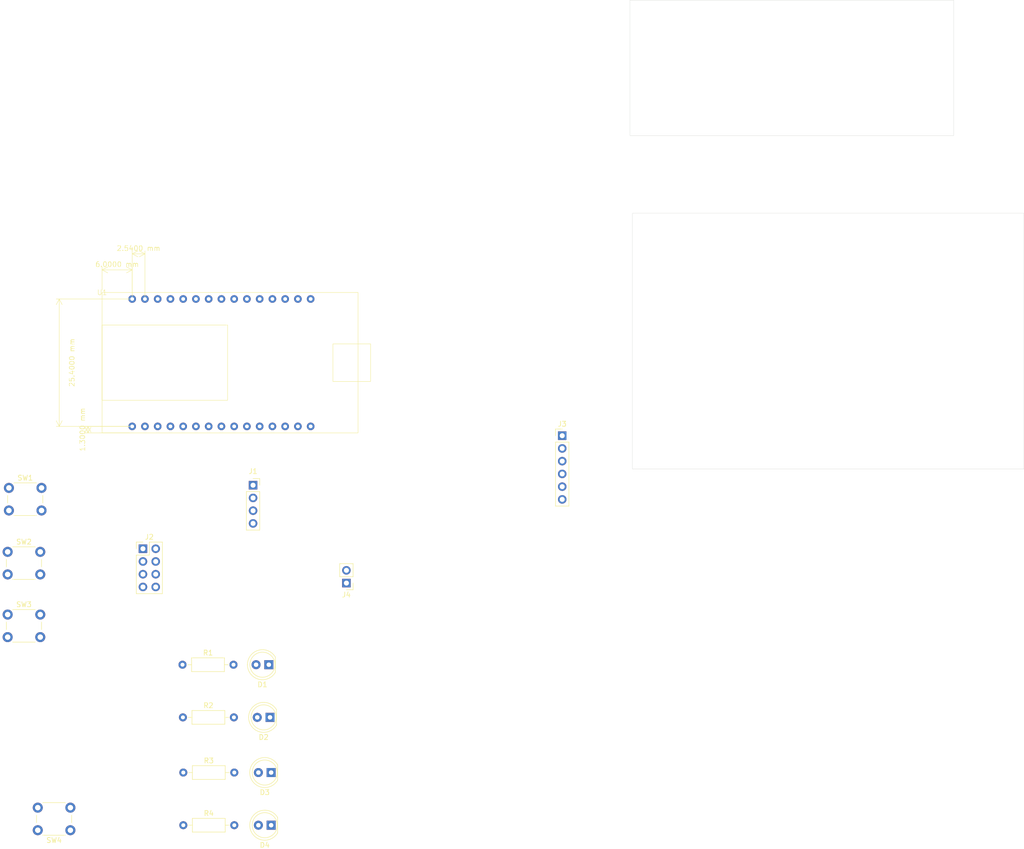
<source format=kicad_pcb>
(kicad_pcb (version 20240108) (generator "pcbnew") (generator_version "8.0")
  (layers (0 "F.Cu" signal) (31 "B.Cu" signal) (34 "B.Paste" user) (35 "F.Paste" user) (36 "B.SilkS" user "B.Silkscreen") (37 "F.SilkS" user "F.Silkscreen") (38 "B.Mask" user) (39 "F.Mask" user) (44 "Edge.Cuts" user))
  (net 0 "")
  (net 1 "Earth")
  (net 3 "Net-(D1-A)")
  (net 5 "Net-(D2-A)")
  (net 6 "Net-(D3-A)")
  (net 8 "Net-(D4-A)")
  (net 9 "+5V")
  (net 11 "/SDA")
  (net 12 "/SCL")
  (net 13 "/RELAY1")
  (net 15 "/RELAY2")
  (net 16 "/RELAY3")
  (net 17 "/RESET_SW")
  (net 20 "/MAIN_LED")
  (net 28 "/RELAY1_LED")
  (net 29 "/RELAY2_LED")
  (net 30 "/RELAY3_LED")
  (net 31 "/RELAY1_BTN")
  (net 32 "/RELAY2_BTN")
  (net 33 "/RELAY3_BTN")
  (footprint "Resistor_THT:R_Axial_DIN0207_L6.3mm_D2.5mm_P10.16mm_Horizontal" (layer "F.Cu") (at 112.84 153.5)
    (property "Reference" "R1" (at 5.08 -2.37 0) (layer "F.SilkS"))
    (property "Value" "R")
    (fp_line (start 1.04 0) (end 1.81 0) (stroke (width 0.12)) (layer "F.SilkS"))
    (fp_line (start 1.81 -1.37) (end 1.81 1.37) (stroke (width 0.12)) (layer "F.SilkS"))
    (fp_line (start 1.81 1.37) (end 8.35 1.37) (stroke (width 0.12)) (layer "F.SilkS"))
    (fp_line (start 8.35 -1.37) (end 1.81 -1.37) (stroke (width 0.12)) (layer "F.SilkS"))
    (fp_line (start 8.35 1.37) (end 8.35 -1.37) (stroke (width 0.12)) (layer "F.SilkS"))
    (fp_line (start 9.12 0) (end 8.35 0) (stroke (width 0.12)) (layer "F.SilkS"))
    (pad "1" thru_hole circle (at 0 0) (size 1.6 1.6) (drill 0.8) (layers "*.Cu" "*.Mask") (net 20 "/MAIN_LED"))
    (pad "2" thru_hole oval (at 10.16 0) (size 1.6 1.6) (drill 0.8) (layers "*.Cu" "*.Mask") (net 3 "Net-(D1-A)"))
  )
  (footprint "Button_Switch_THT:SW_PUSH_6mm_H5mm" (layer "F.Cu") (at 78.25 118.25)
    (property "Reference" "SW1" (at 3.25 -2 0) (layer "F.SilkS"))
    (property "Value" "SW_Push")
    (fp_line (start -0.25 1.5) (end -0.25 3) (stroke (width 0.12)) (layer "F.SilkS"))
    (fp_line (start 1 5.5) (end 5.5 5.5) (stroke (width 0.12)) (layer "F.SilkS"))
    (fp_line (start 5.5 -1) (end 1 -1) (stroke (width 0.12)) (layer "F.SilkS"))
    (fp_line (start 6.75 3) (end 6.75 1.5) (stroke (width 0.12)) (layer "F.SilkS"))
    (pad "1" thru_hole circle (at 0 0 90) (size 2 2) (drill 1.1) (layers "*.Cu" "*.Mask") (net 17 "/RESET_SW"))
    (pad "1" thru_hole circle (at 6.5 0 90) (size 2 2) (drill 1.1) (layers "*.Cu" "*.Mask") (net 17 "/RESET_SW"))
    (pad "2" thru_hole circle (at 0 4.5 90) (size 2 2) (drill 1.1) (layers "*.Cu" "*.Mask") (net 1 "Earth"))
    (pad "2" thru_hole circle (at 6.5 4.5 90) (size 2 2) (drill 1.1) (layers "*.Cu" "*.Mask") (net 1 "Earth"))
  )
  (footprint "Resistor_THT:R_Axial_DIN0207_L6.3mm_D2.5mm_P10.16mm_Horizontal" (layer "F.Cu") (at 112.92 164)
    (property "Reference" "R2" (at 5.08 -2.37 0) (layer "F.SilkS"))
    (property "Value" "R")
    (fp_line (start 1.04 0) (end 1.81 0) (stroke (width 0.12)) (layer "F.SilkS"))
    (fp_line (start 1.81 -1.37) (end 1.81 1.37) (stroke (width 0.12)) (layer "F.SilkS"))
    (fp_line (start 1.81 1.37) (end 8.35 1.37) (stroke (width 0.12)) (layer "F.SilkS"))
    (fp_line (start 8.35 -1.37) (end 1.81 -1.37) (stroke (width 0.12)) (layer "F.SilkS"))
    (fp_line (start 8.35 1.37) (end 8.35 -1.37) (stroke (width 0.12)) (layer "F.SilkS"))
    (fp_line (start 9.12 0) (end 8.35 0) (stroke (width 0.12)) (layer "F.SilkS"))
    (pad "1" thru_hole circle (at 0 0) (size 1.6 1.6) (drill 0.8) (layers "*.Cu" "*.Mask") (net 28 "/RELAY1_LED"))
    (pad "2" thru_hole oval (at 10.16 0) (size 1.6 1.6) (drill 0.8) (layers "*.Cu" "*.Mask") (net 5 "Net-(D2-A)"))
  )
  (footprint "Connector_PinHeader_2.54mm:PinHeader_1x02_P2.54mm_Vertical" (layer "F.Cu") (at 145.5 137.225 180)
    (property "Reference" "J4" (at 0 -2.33 0) (layer "F.SilkS"))
    (property "Value" "reset_header")
    (fp_line (start 1.33 1.27) (end 1.33 3.87) (stroke (width 0.12)) (layer "F.SilkS"))
    (fp_line (start -1.33 3.87) (end 1.33 3.87) (stroke (width 0.12)) (layer "F.SilkS"))
    (fp_line (start -1.33 1.27) (end 1.33 1.27) (stroke (width 0.12)) (layer "F.SilkS"))
    (fp_line (start -1.33 1.27) (end -1.33 3.87) (stroke (width 0.12)) (layer "F.SilkS"))
    (fp_line (start -1.33 0) (end -1.33 -1.33) (stroke (width 0.12)) (layer "F.SilkS"))
    (fp_line (start -1.33 -1.33) (end 0 -1.33) (stroke (width 0.12)) (layer "F.SilkS"))
    (pad "1" thru_hole rect (at 0 0 180) (size 1.7 1.7) (drill 1) (layers "*.Cu" "*.Mask") (net 1 "Earth"))
    (pad "2" thru_hole oval (at 0 2.54 180) (size 1.7 1.7) (drill 1) (layers "*.Cu" "*.Mask") (net 17 "/RESET_SW"))
  )
  (footprint "Connector_PinHeader_2.54mm:PinHeader_2x04_P2.54mm_Vertical" (layer "F.Cu") (at 104.96 130.38)
    (property "Reference" "J2" (at 1.27 -2.33 0) (layer "F.SilkS"))
    (property "Value" "LEDs_buttons_header")
    (fp_line (start -1.33 -1.33) (end 0 -1.33) (stroke (width 0.12)) (layer "F.SilkS"))
    (fp_line (start -1.33 0) (end -1.33 -1.33) (stroke (width 0.12)) (layer "F.SilkS"))
    (fp_line (start -1.33 1.27) (end -1.33 8.95) (stroke (width 0.12)) (layer "F.SilkS"))
    (fp_line (start -1.33 1.27) (end 1.27 1.27) (stroke (width 0.12)) (layer "F.SilkS"))
    (fp_line (start -1.33 8.95) (end 3.87 8.95) (stroke (width 0.12)) (layer "F.SilkS"))
    (fp_line (start 1.27 -1.33) (end 3.87 -1.33) (stroke (width 0.12)) (layer "F.SilkS"))
    (fp_line (start 1.27 1.27) (end 1.27 -1.33) (stroke (width 0.12)) (layer "F.SilkS"))
    (fp_line (start 3.87 -1.33) (end 3.87 8.95) (stroke (width 0.12)) (layer "F.SilkS"))
    (pad "1a" thru_hole rect (at 0 0) (size 1.7 1.7) (drill 1) (layers "*.Cu" "*.Mask") (net 20 "/MAIN_LED"))
    (pad "1b" thru_hole oval (at 2.54 0) (size 1.7 1.7) (drill 1) (layers "*.Cu" "*.Mask") (net 1 "Earth"))
    (pad "2a" thru_hole oval (at 0 2.54) (size 1.7 1.7) (drill 1) (layers "*.Cu" "*.Mask") (net 28 "/RELAY1_LED"))
    (pad "2b" thru_hole oval (at 2.54 2.54) (size 1.7 1.7) (drill 1) (layers "*.Cu" "*.Mask") (net 31 "/RELAY1_BTN"))
    (pad "3a" thru_hole oval (at 0 5.08) (size 1.7 1.7) (drill 1) (layers "*.Cu" "*.Mask") (net 29 "/RELAY2_LED"))
    (pad "3b" thru_hole oval (at 2.54 5.08) (size 1.7 1.7) (drill 1) (layers "*.Cu" "*.Mask") (net 32 "/RELAY2_BTN"))
    (pad "4a" thru_hole oval (at 0 7.62) (size 1.7 1.7) (drill 1) (layers "*.Cu" "*.Mask") (net 30 "/RELAY3_LED"))
    (pad "4b" thru_hole oval (at 2.54 7.62) (size 1.7 1.7) (drill 1) (layers "*.Cu" "*.Mask") (net 33 "/RELAY3_BTN"))
  )
  (footprint "Button_Switch_THT:SW_PUSH_6mm_H5mm" (layer "F.Cu") (at 78 143.5)
    (property "Reference" "SW3" (at 3.25 -2 0) (layer "F.SilkS"))
    (property "Value" "SW_Push")
    (fp_line (start -0.25 1.5) (end -0.25 3) (stroke (width 0.12)) (layer "F.SilkS"))
    (fp_line (start 1 5.5) (end 5.5 5.5) (stroke (width 0.12)) (layer "F.SilkS"))
    (fp_line (start 5.5 -1) (end 1 -1) (stroke (width 0.12)) (layer "F.SilkS"))
    (fp_line (start 6.75 3) (end 6.75 1.5) (stroke (width 0.12)) (layer "F.SilkS"))
    (pad "1" thru_hole circle (at 0 0 90) (size 2 2) (drill 1.1) (layers "*.Cu" "*.Mask") (net 32 "/RELAY2_BTN"))
    (pad "1" thru_hole circle (at 6.5 0 90) (size 2 2) (drill 1.1) (layers "*.Cu" "*.Mask") (net 32 "/RELAY2_BTN"))
    (pad "2" thru_hole circle (at 0 4.5 90) (size 2 2) (drill 1.1) (layers "*.Cu" "*.Mask") (net 1 "Earth"))
    (pad "2" thru_hole circle (at 6.5 4.5 90) (size 2 2) (drill 1.1) (layers "*.Cu" "*.Mask") (net 1 "Earth"))
  )
  (footprint "LED_THT:LED_D5.0mm" (layer "F.Cu") (at 130.5 185.5 180)
    (property "Reference" "D4" (at 1.27 -3.96 0) (layer "F.SilkS"))
    (property "Value" "LED")
    (fp_line (start -1.29 -1.545) (end -1.29 1.545) (stroke (width 0.12)) (layer "F.SilkS"))
    (fp_arc (start 4.26 -0.000462) (mid 2.072002 2.880433) (end -1.29 1.54483) (stroke (width 0.12)) (layer "F.SilkS"))
    (fp_arc (start -1.29 -1.54483) (mid 2.072002 -2.880433) (end 4.26 0.000462) (stroke (width 0.12)) (layer "F.SilkS"))
    (fp_circle (center 1.27 0) (end 3.77 0) (stroke (width 0.12)) (fill none) (layer "F.SilkS"))
    (pad "1" thru_hole rect (at 0 0 180) (size 1.8 1.8) (drill 0.9) (layers "*.Cu" "*.Mask") (net 1 "Earth"))
    (pad "2" thru_hole circle (at 2.54 0 180) (size 1.8 1.8) (drill 0.9) (layers "*.Cu" "*.Mask") (net 8 "Net-(D4-A)"))
  )
  (footprint "Resistor_THT:R_Axial_DIN0207_L6.3mm_D2.5mm_P10.16mm_Horizontal" (layer "F.Cu") (at 113 175)
    (property "Reference" "R3" (at 5.08 -2.37 0) (layer "F.SilkS"))
    (property "Value" "R")
    (fp_line (start 1.04 0) (end 1.81 0) (stroke (width 0.12)) (layer "F.SilkS"))
    (fp_line (start 1.81 -1.37) (end 1.81 1.37) (stroke (width 0.12)) (layer "F.SilkS"))
    (fp_line (start 1.81 1.37) (end 8.35 1.37) (stroke (width 0.12)) (layer "F.SilkS"))
    (fp_line (start 8.35 -1.37) (end 1.81 -1.37) (stroke (width 0.12)) (layer "F.SilkS"))
    (fp_line (start 8.35 1.37) (end 8.35 -1.37) (stroke (width 0.12)) (layer "F.SilkS"))
    (fp_line (start 9.12 0) (end 8.35 0) (stroke (width 0.12)) (layer "F.SilkS"))
    (pad "1" thru_hole circle (at 0 0) (size 1.6 1.6) (drill 0.8) (layers "*.Cu" "*.Mask") (net 29 "/RELAY2_LED"))
    (pad "2" thru_hole oval (at 10.16 0) (size 1.6 1.6) (drill 0.8) (layers "*.Cu" "*.Mask") (net 6 "Net-(D3-A)"))
  )
  (footprint "Connector_PinSocket_2.54mm:PinSocket_1x04_P2.54mm_Vertical" (layer "F.Cu") (at 126.9 117.71)
    (property "Reference" "J1" (at 0 -2.77 0) (layer "F.SilkS"))
    (property "Value" "RTC_headers")
    (fp_line (start -1.33 1.27) (end -1.33 8.95) (stroke (width 0.12)) (layer "F.SilkS"))
    (fp_line (start -1.33 1.27) (end 1.33 1.27) (stroke (width 0.12)) (layer "F.SilkS"))
    (fp_line (start -1.33 8.95) (end 1.33 8.95) (stroke (width 0.12)) (layer "F.SilkS"))
    (fp_line (start 0 -1.33) (end 1.33 -1.33) (stroke (width 0.12)) (layer "F.SilkS"))
    (fp_line (start 1.33 -1.33) (end 1.33 0) (stroke (width 0.12)) (layer "F.SilkS"))
    (fp_line (start 1.33 1.27) (end 1.33 8.95) (stroke (width 0.12)) (layer "F.SilkS"))
    (pad "1" thru_hole rect (at 0 0) (size 1.7 1.7) (drill 1) (layers "*.Cu" "*.Mask") (net 12 "/SCL"))
    (pad "2" thru_hole oval (at 0 2.54) (size 1.7 1.7) (drill 1) (layers "*.Cu" "*.Mask") (net 11 "/SDA"))
    (pad "3" thru_hole oval (at 0 5.08) (size 1.7 1.7) (drill 1) (layers "*.Cu" "*.Mask") (net 9 "+5V"))
    (pad "4" thru_hole oval (at 0 7.62) (size 1.7 1.7) (drill 1) (layers "*.Cu" "*.Mask") (net 1 "Earth"))
  )
  (footprint "Connector_PinHeader_2.54mm:PinHeader_1x06_P2.54mm_Vertical" (layer "F.Cu") (at 188.5 107.84)
    (property "Reference" "J3" (at 0 -2.33 0) (layer "F.SilkS"))
    (property "Value" "Relay_headers")
    (fp_line (start -1.33 -1.33) (end 0 -1.33) (stroke (width 0.12)) (layer "F.SilkS"))
    (fp_line (start -1.33 0) (end -1.33 -1.33) (stroke (width 0.12)) (layer "F.SilkS"))
    (fp_line (start -1.33 1.27) (end -1.33 14.03) (stroke (width 0.12)) (layer "F.SilkS"))
    (fp_line (start -1.33 1.27) (end 1.33 1.27) (stroke (width 0.12)) (layer "F.SilkS"))
    (fp_line (start -1.33 14.03) (end 1.33 14.03) (stroke (width 0.12)) (layer "F.SilkS"))
    (fp_line (start 1.33 1.27) (end 1.33 14.03) (stroke (width 0.12)) (layer "F.SilkS"))
    (pad "1" thru_hole rect (at 0 0) (size 1.7 1.7) (drill 1) (layers "*.Cu" "*.Mask") (net 13 "/RELAY1"))
    (pad "2" thru_hole oval (at 0 2.54) (size 1.7 1.7) (drill 1) (layers "*.Cu" "*.Mask") (net 15 "/RELAY2"))
    (pad "3" thru_hole oval (at 0 5.08) (size 1.7 1.7) (drill 1) (layers "*.Cu" "*.Mask") (net 16 "/RELAY3"))
    (pad "4" thru_hole oval (at 0 7.62) (size 1.7 1.7) (drill 1) (layers "*.Cu" "*.Mask") (net 1 "Earth"))
    (pad "5" thru_hole oval (at 0 10.16) (size 1.7 1.7) (drill 1) (layers "*.Cu" "*.Mask") (net 9 "+5V"))
    (pad "6" thru_hole oval (at 0 12.7) (size 1.7 1.7) (drill 1) (layers "*.Cu" "*.Mask") (net 1 "Earth"))
  )
  (footprint "microcontroller_headers:esp32_doit_devkitv1" (layer "F.Cu") (at 96.815 79.285)
    (property "Reference" "U1" (at 0 0 0) (layer "F.SilkS") (effects (font (thickness 0.1))))
    (property "Value" "ESP32-WROOM-32")
    (fp_rect (start 0 0) (end 51 28) (stroke (width 0.1)) (fill none) (layer "F.SilkS"))
    (fp_rect (start 0 6.5) (end 25 21.5) (stroke (width 0.1)) (fill none) (layer "F.SilkS"))
    (fp_rect (start 46 10.25) (end 53.5 17.75) (stroke (width 0.1)) (fill none) (layer "F.SilkS"))
    (dimension (type aligned) (layer "F.SilkS") (pts (xy 102.815 79.285) (xy 96.815 79.285)) (height 4.5) (gr_text "6.0000 mm" (at 99.815 73.685 0) (layer "F.SilkS") (effects (font (size 1 1) (thickness 0.1)))) (format (prefix "") (suffix "") (units 3) (units_format 1) (precision 4)) (style (thickness 0.1) (arrow_length 1.27) (text_position_mode 0) (extension_height 0.58642) (extension_offset 0.5) keep_text_aligned))
    (dimension (type aligned) (layer "F.SilkS") (pts (xy 102.815 80.585) (xy 105.355 80.585)) (height -9) (gr_text "2.5400 mm" (at 104.085 70.485 0) (layer "F.SilkS") (effects (font (size 1 1) (thickness 0.1)))) (format (prefix "") (suffix "") (units 3) (units_format 1) (precision 4)) (style (thickness 0.1) (arrow_length 1.27) (text_position_mode 0) (extension_height 0.58642) (extension_offset 0.5) keep_text_aligned))
    (dimension (type aligned) (layer "F.SilkS") (pts (xy 102.815 105.985) (xy 102.815 107.285)) (height 8.8) (gr_text "1.3000 mm" (at 92.915 106.635 90) (layer "F.SilkS") (effects (font (size 1 1) (thickness 0.1)))) (format (prefix "") (suffix "") (units 3) (units_format 1) (precision 4)) (style (thickness 0.1) (arrow_length 1.27) (text_position_mode 0) (extension_height 0.58642) (extension_offset 0.5) keep_text_aligned))
    (dimension (type aligned) (layer "F.SilkS") (pts (xy 102.815 80.585) (xy 102.815 105.985)) (height 14.54) (gr_text "25.4000 mm" (at 90.815 93.285 90) (layer "F.SilkS") (effects (font (size 1 1) (thickness 0.1)))) (format (prefix "") (suffix "") (units 3) (units_format 1) (precision 4)) (style (thickness 0.1) (arrow_length 1.27) (text_position_mode 2) (extension_height 0.58642) (extension_offset 0.5) keep_text_aligned))
    (pad "1" thru_hole circle (at 39.02 1.3) (size 1.524 1.524) (drill 0.762) (layers "*.Cu" "*.Mask") (net 1 "Earth"))
    (pad "1" thru_hole circle (at 39.02 26.7) (size 1.524 1.524) (drill 0.762) (layers "*.Cu" "*.Mask") (net 1 "Earth"))
    (pad "2" thru_hole circle (at 41.56 1.3) (size 1.524 1.524) (drill 0.762) (layers "*.Cu" "*.Mask"))
    (pad "3" thru_hole circle (at 6 26.7) (size 1.524 1.524) (drill 0.762) (layers "*.Cu" "*.Mask"))
    (pad "4" thru_hole circle (at 8.54 26.7) (size 1.524 1.524) (drill 0.762) (layers "*.Cu" "*.Mask"))
    (pad "5" thru_hole circle (at 11.08 26.7) (size 1.524 1.524) (drill 0.762) (layers "*.Cu" "*.Mask"))
    (pad "6" thru_hole circle (at 13.62 26.7) (size 1.524 1.524) (drill 0.762) (layers "*.Cu" "*.Mask"))
    (pad "7" thru_hole circle (at 16.16 26.7) (size 1.524 1.524) (drill 0.762) (layers "*.Cu" "*.Mask"))
    (pad "8" thru_hole circle (at 18.7 26.7) (size 1.524 1.524) (drill 0.762) (layers "*.Cu" "*.Mask"))
    (pad "9" thru_hole circle (at 21.24 26.7) (size 1.524 1.524) (drill 0.762) (layers "*.Cu" "*.Mask"))
    (pad "10" thru_hole circle (at 23.78 26.7) (size 1.524 1.524) (drill 0.762) (layers "*.Cu" "*.Mask"))
    (pad "11" thru_hole circle (at 26.32 26.7) (size 1.524 1.524) (drill 0.762) (layers "*.Cu" "*.Mask"))
    (pad "12" thru_hole circle (at 28.86 26.7) (size 1.524 1.524) (drill 0.762) (layers "*.Cu" "*.Mask") (net 17 "/RESET_SW"))
    (pad "13" thru_hole circle (at 31.4 26.7) (size 1.524 1.524) (drill 0.762) (layers "*.Cu" "*.Mask") (net 16 "/RELAY3"))
    (pad "14" thru_hole circle (at 33.94 26.7) (size 1.524 1.524) (drill 0.762) (layers "*.Cu" "*.Mask") (net 15 "/RELAY2"))
    (pad "16" thru_hole circle (at 36.48 26.7) (size 1.524 1.524) (drill 0.762) (layers "*.Cu" "*.Mask") (net 13 "/RELAY1"))
    (pad "23" thru_hole circle (at 36.48 1.3) (size 1.524 1.524) (drill 0.762) (layers "*.Cu" "*.Mask") (net 33 "/RELAY3_BTN"))
    (pad "24" thru_hole circle (at 33.94 1.3) (size 1.524 1.524) (drill 0.762) (layers "*.Cu" "*.Mask") (net 20 "/MAIN_LED"))
    (pad "26" thru_hole circle (at 31.4 1.3) (size 1.524 1.524) (drill 0.762) (layers "*.Cu" "*.Mask") (net 31 "/RELAY1_BTN"))
    (pad "27" thru_hole circle (at 28.86 1.3) (size 1.524 1.524) (drill 0.762) (layers "*.Cu" "*.Mask"))
    (pad "28" thru_hole circle (at 26.32 1.3) (size 1.524 1.524) (drill 0.762) (layers "*.Cu" "*.Mask"))
    (pad "29" thru_hole circle (at 23.78 1.3) (size 1.524 1.524) (drill 0.762) (layers "*.Cu" "*.Mask") (net 30 "/RELAY3_LED"))
    (pad "30" thru_hole circle (at 21.24 1.3) (size 1.524 1.524) (drill 0.762) (layers "*.Cu" "*.Mask") (net 28 "/RELAY1_LED"))
    (pad "31" thru_hole circle (at 18.7 1.3) (size 1.524 1.524) (drill 0.762) (layers "*.Cu" "*.Mask") (net 29 "/RELAY2_LED"))
    (pad "33" thru_hole circle (at 16.16 1.3) (size 1.524 1.524) (drill 0.762) (layers "*.Cu" "*.Mask") (net 11 "/SDA"))
    (pad "34" thru_hole circle (at 13.62 1.3) (size 1.524 1.524) (drill 0.762) (layers "*.Cu" "*.Mask"))
    (pad "35" thru_hole circle (at 11.08 1.3) (size 1.524 1.524) (drill 0.762) (layers "*.Cu" "*.Mask"))
    (pad "36" thru_hole circle (at 8.54 1.3) (size 1.524 1.524) (drill 0.762) (layers "*.Cu" "*.Mask") (net 12 "/SCL"))
    (pad "37" thru_hole circle (at 6 1.3) (size 1.524 1.524) (drill 0.762) (layers "*.Cu" "*.Mask") (net 32 "/RELAY2_BTN"))
    (pad "38" thru_hole circle (at 41.56 26.7) (size 1.524 1.524) (drill 0.762) (layers "*.Cu" "*.Mask") (net 9 "+5V"))
  )
  (footprint "Button_Switch_THT:SW_PUSH_6mm_H5mm" (layer "F.Cu") (at 90.5 186.5 180)
    (property "Reference" "SW4" (at 3.25 -2 0) (layer "F.SilkS"))
    (property "Value" "SW_Push")
    (fp_line (start 6.75 3) (end 6.75 1.5) (stroke (width 0.12)) (layer "F.SilkS"))
    (fp_line (start 5.5 -1) (end 1 -1) (stroke (width 0.12)) (layer "F.SilkS"))
    (fp_line (start 1 5.5) (end 5.5 5.5) (stroke (width 0.12)) (layer "F.SilkS"))
    (fp_line (start -0.25 1.5) (end -0.25 3) (stroke (width 0.12)) (layer "F.SilkS"))
    (pad "1" thru_hole circle (at 0 0 270) (size 2 2) (drill 1.1) (layers "*.Cu" "*.Mask") (net 33 "/RELAY3_BTN"))
    (pad "1" thru_hole circle (at 6.5 0 270) (size 2 2) (drill 1.1) (layers "*.Cu" "*.Mask") (net 33 "/RELAY3_BTN"))
    (pad "2" thru_hole circle (at 0 4.5 270) (size 2 2) (drill 1.1) (layers "*.Cu" "*.Mask") (net 1 "Earth"))
    (pad "2" thru_hole circle (at 6.5 4.5 270) (size 2 2) (drill 1.1) (layers "*.Cu" "*.Mask") (net 1 "Earth"))
  )
  (footprint "LED_THT:LED_D5.0mm" (layer "F.Cu") (at 130.275 164 180)
    (property "Reference" "D2" (at 1.27 -3.96 0) (layer "F.SilkS"))
    (property "Value" "LED")
    (fp_line (start -1.29 -1.545) (end -1.29 1.545) (stroke (width 0.12)) (layer "F.SilkS"))
    (fp_arc (start 4.26 -0.000462) (mid 2.072002 2.880433) (end -1.29 1.54483) (stroke (width 0.12)) (layer "F.SilkS"))
    (fp_arc (start -1.29 -1.54483) (mid 2.072002 -2.880433) (end 4.26 0.000462) (stroke (width 0.12)) (layer "F.SilkS"))
    (fp_circle (center 1.27 0) (end 3.77 0) (stroke (width 0.12)) (fill none) (layer "F.SilkS"))
    (pad "1" thru_hole rect (at 0 0 180) (size 1.8 1.8) (drill 0.9) (layers "*.Cu" "*.Mask") (net 1 "Earth"))
    (pad "2" thru_hole circle (at 2.54 0 180) (size 1.8 1.8) (drill 0.9) (layers "*.Cu" "*.Mask") (net 5 "Net-(D2-A)"))
  )
  (footprint "LED_THT:LED_D5.0mm" (layer "F.Cu") (at 130.5 175 180)
    (property "Reference" "D3" (at 1.27 -3.96 0) (layer "F.SilkS"))
    (property "Value" "LED")
    (fp_line (start -1.29 -1.545) (end -1.29 1.545) (stroke (width 0.12)) (layer "F.SilkS"))
    (fp_arc (start 4.26 -0.000462) (mid 2.072002 2.880433) (end -1.29 1.54483) (stroke (width 0.12)) (layer "F.SilkS"))
    (fp_arc (start -1.29 -1.54483) (mid 2.072002 -2.880433) (end 4.26 0.000462) (stroke (width 0.12)) (layer "F.SilkS"))
    (fp_circle (center 1.27 0) (end 3.77 0) (stroke (width 0.12)) (fill none) (layer "F.SilkS"))
    (pad "1" thru_hole rect (at 0 0 180) (size 1.8 1.8) (drill 0.9) (layers "*.Cu" "*.Mask") (net 1 "Earth"))
    (pad "2" thru_hole circle (at 2.54 0 180) (size 1.8 1.8) (drill 0.9) (layers "*.Cu" "*.Mask") (net 6 "Net-(D3-A)"))
  )
  (footprint "LED_THT:LED_D5.0mm" (layer "F.Cu") (at 130.04 153.5 180)
    (property "Reference" "D1" (at 1.27 -3.96 0) (layer "F.SilkS"))
    (property "Value" "LED")
    (fp_line (start -1.29 -1.545) (end -1.29 1.545) (stroke (width 0.12)) (layer "F.SilkS"))
    (fp_arc (start 4.26 -0.000462) (mid 2.072002 2.880433) (end -1.29 1.54483) (stroke (width 0.12)) (layer "F.SilkS"))
    (fp_arc (start -1.29 -1.54483) (mid 2.072002 -2.880433) (end 4.26 0.000462) (stroke (width 0.12)) (layer "F.SilkS"))
    (fp_circle (center 1.27 0) (end 3.77 0) (stroke (width 0.12)) (fill none) (layer "F.SilkS"))
    (pad "1" thru_hole rect (at 0 0 180) (size 1.8 1.8) (drill 0.9) (layers "*.Cu" "*.Mask") (net 1 "Earth"))
    (pad "2" thru_hole circle (at 2.54 0 180) (size 1.8 1.8) (drill 0.9) (layers "*.Cu" "*.Mask") (net 3 "Net-(D1-A)"))
  )
  (footprint "Button_Switch_THT:SW_PUSH_6mm_H5mm" (layer "F.Cu") (at 78 131)
    (property "Reference" "SW2" (at 3.25 -2 0) (layer "F.SilkS"))
    (property "Value" "SW_Push")
    (fp_line (start -0.25 1.5) (end -0.25 3) (stroke (width 0.12)) (layer "F.SilkS"))
    (fp_line (start 1 5.5) (end 5.5 5.5) (stroke (width 0.12)) (layer "F.SilkS"))
    (fp_line (start 5.5 -1) (end 1 -1) (stroke (width 0.12)) (layer "F.SilkS"))
    (fp_line (start 6.75 3) (end 6.75 1.5) (stroke (width 0.12)) (layer "F.SilkS"))
    (pad "1" thru_hole circle (at 0 0 90) (size 2 2) (drill 1.1) (layers "*.Cu" "*.Mask") (net 31 "/RELAY1_BTN"))
    (pad "1" thru_hole circle (at 6.5 0 90) (size 2 2) (drill 1.1) (layers "*.Cu" "*.Mask") (net 31 "/RELAY1_BTN"))
    (pad "2" thru_hole circle (at 0 4.5 90) (size 2 2) (drill 1.1) (layers "*.Cu" "*.Mask") (net 1 "Earth"))
    (pad "2" thru_hole circle (at 6.5 4.5 90) (size 2 2) (drill 1.1) (layers "*.Cu" "*.Mask") (net 1 "Earth"))
  )
  (footprint "Resistor_THT:R_Axial_DIN0207_L6.3mm_D2.5mm_P10.16mm_Horizontal" (layer "F.Cu") (at 113 185.5)
    (property "Reference" "R4" (at 5.08 -2.37 0) (layer "F.SilkS"))
    (property "Value" "R")
    (fp_line (start 1.04 0) (end 1.81 0) (stroke (width 0.12)) (layer "F.SilkS"))
    (fp_line (start 1.81 -1.37) (end 1.81 1.37) (stroke (width 0.12)) (layer "F.SilkS"))
    (fp_line (start 1.81 1.37) (end 8.35 1.37) (stroke (width 0.12)) (layer "F.SilkS"))
    (fp_line (start 8.35 -1.37) (end 1.81 -1.37) (stroke (width 0.12)) (layer "F.SilkS"))
    (fp_line (start 8.35 1.37) (end 8.35 -1.37) (stroke (width 0.12)) (layer "F.SilkS"))
    (fp_line (start 9.12 0) (end 8.35 0) (stroke (width 0.12)) (layer "F.SilkS"))
    (pad "1" thru_hole circle (at 0 0) (size 1.6 1.6) (drill 0.8) (layers "*.Cu" "*.Mask") (net 30 "/RELAY3_LED"))
    (pad "2" thru_hole oval (at 10.16 0) (size 1.6 1.6) (drill 0.8) (layers "*.Cu" "*.Mask") (net 8 "Net-(D4-A)"))
  )
  (gr_rect (start 202.5 63.5) (end 280.5 114.5) (stroke (width 0.05)) (fill none) (layer "Edge.Cuts"))
  (gr_rect (start 202 21) (end 266.5 48) (stroke (width 0.05)) (fill none) (layer "Edge.Cuts"))
)
</source>
